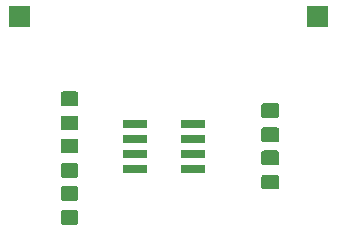
<source format=gbr>
G04 #@! TF.GenerationSoftware,KiCad,Pcbnew,(5.1.4)-1*
G04 #@! TF.CreationDate,2019-11-19T22:58:14-05:00*
G04 #@! TF.ProjectId,Blinky,426c696e-6b79-42e6-9b69-6361645f7063,rev?*
G04 #@! TF.SameCoordinates,Original*
G04 #@! TF.FileFunction,Soldermask,Top*
G04 #@! TF.FilePolarity,Negative*
%FSLAX46Y46*%
G04 Gerber Fmt 4.6, Leading zero omitted, Abs format (unit mm)*
G04 Created by KiCad (PCBNEW (5.1.4)-1) date 2019-11-19 22:58:14*
%MOMM*%
%LPD*%
G04 APERTURE LIST*
%ADD10C,0.100000*%
G04 APERTURE END LIST*
D10*
G36*
X113588674Y13596535D02*
G01*
X113626367Y13585101D01*
X113661103Y13566534D01*
X113691548Y13541548D01*
X113716534Y13511103D01*
X113735101Y13476367D01*
X113746535Y13438674D01*
X113751000Y13393339D01*
X113751000Y12556661D01*
X113746535Y12511326D01*
X113735101Y12473633D01*
X113716534Y12438897D01*
X113691548Y12408452D01*
X113661103Y12383466D01*
X113626367Y12364899D01*
X113588674Y12353465D01*
X113543339Y12349000D01*
X112456661Y12349000D01*
X112411326Y12353465D01*
X112373633Y12364899D01*
X112338897Y12383466D01*
X112308452Y12408452D01*
X112283466Y12438897D01*
X112264899Y12473633D01*
X112253465Y12511326D01*
X112249000Y12556661D01*
X112249000Y13393339D01*
X112253465Y13438674D01*
X112264899Y13476367D01*
X112283466Y13511103D01*
X112308452Y13541548D01*
X112338897Y13566534D01*
X112373633Y13585101D01*
X112411326Y13596535D01*
X112456661Y13601000D01*
X113543339Y13601000D01*
X113588674Y13596535D01*
X113588674Y13596535D01*
G37*
G36*
X113588674Y15646535D02*
G01*
X113626367Y15635101D01*
X113661103Y15616534D01*
X113691548Y15591548D01*
X113716534Y15561103D01*
X113735101Y15526367D01*
X113746535Y15488674D01*
X113751000Y15443339D01*
X113751000Y14606661D01*
X113746535Y14561326D01*
X113735101Y14523633D01*
X113716534Y14488897D01*
X113691548Y14458452D01*
X113661103Y14433466D01*
X113626367Y14414899D01*
X113588674Y14403465D01*
X113543339Y14399000D01*
X112456661Y14399000D01*
X112411326Y14403465D01*
X112373633Y14414899D01*
X112338897Y14433466D01*
X112308452Y14458452D01*
X112283466Y14488897D01*
X112264899Y14523633D01*
X112253465Y14561326D01*
X112249000Y14606661D01*
X112249000Y15443339D01*
X112253465Y15488674D01*
X112264899Y15526367D01*
X112283466Y15561103D01*
X112308452Y15591548D01*
X112338897Y15616534D01*
X112373633Y15635101D01*
X112411326Y15646535D01*
X112456661Y15651000D01*
X113543339Y15651000D01*
X113588674Y15646535D01*
X113588674Y15646535D01*
G37*
G36*
X130588674Y16596535D02*
G01*
X130626367Y16585101D01*
X130661103Y16566534D01*
X130691548Y16541548D01*
X130716534Y16511103D01*
X130735101Y16476367D01*
X130746535Y16438674D01*
X130751000Y16393339D01*
X130751000Y15556661D01*
X130746535Y15511326D01*
X130735101Y15473633D01*
X130716534Y15438897D01*
X130691548Y15408452D01*
X130661103Y15383466D01*
X130626367Y15364899D01*
X130588674Y15353465D01*
X130543339Y15349000D01*
X129456661Y15349000D01*
X129411326Y15353465D01*
X129373633Y15364899D01*
X129338897Y15383466D01*
X129308452Y15408452D01*
X129283466Y15438897D01*
X129264899Y15473633D01*
X129253465Y15511326D01*
X129249000Y15556661D01*
X129249000Y16393339D01*
X129253465Y16438674D01*
X129264899Y16476367D01*
X129283466Y16511103D01*
X129308452Y16541548D01*
X129338897Y16566534D01*
X129373633Y16585101D01*
X129411326Y16596535D01*
X129456661Y16601000D01*
X130543339Y16601000D01*
X130588674Y16596535D01*
X130588674Y16596535D01*
G37*
G36*
X113588674Y17596535D02*
G01*
X113626367Y17585101D01*
X113661103Y17566534D01*
X113691548Y17541548D01*
X113716534Y17511103D01*
X113735101Y17476367D01*
X113746535Y17438674D01*
X113751000Y17393339D01*
X113751000Y16556661D01*
X113746535Y16511326D01*
X113735101Y16473633D01*
X113716534Y16438897D01*
X113691548Y16408452D01*
X113661103Y16383466D01*
X113626367Y16364899D01*
X113588674Y16353465D01*
X113543339Y16349000D01*
X112456661Y16349000D01*
X112411326Y16353465D01*
X112373633Y16364899D01*
X112338897Y16383466D01*
X112308452Y16408452D01*
X112283466Y16438897D01*
X112264899Y16473633D01*
X112253465Y16511326D01*
X112249000Y16556661D01*
X112249000Y17393339D01*
X112253465Y17438674D01*
X112264899Y17476367D01*
X112283466Y17511103D01*
X112308452Y17541548D01*
X112338897Y17566534D01*
X112373633Y17585101D01*
X112411326Y17596535D01*
X112456661Y17601000D01*
X113543339Y17601000D01*
X113588674Y17596535D01*
X113588674Y17596535D01*
G37*
G36*
X119459928Y17443236D02*
G01*
X119481009Y17436840D01*
X119500445Y17426452D01*
X119517476Y17412476D01*
X119531452Y17395445D01*
X119541840Y17376009D01*
X119548236Y17354928D01*
X119551000Y17326860D01*
X119551000Y16863140D01*
X119548236Y16835072D01*
X119541840Y16813991D01*
X119531452Y16794555D01*
X119517476Y16777524D01*
X119500445Y16763548D01*
X119481009Y16753160D01*
X119459928Y16746764D01*
X119431860Y16744000D01*
X117618140Y16744000D01*
X117590072Y16746764D01*
X117568991Y16753160D01*
X117549555Y16763548D01*
X117532524Y16777524D01*
X117518548Y16794555D01*
X117508160Y16813991D01*
X117501764Y16835072D01*
X117499000Y16863140D01*
X117499000Y17326860D01*
X117501764Y17354928D01*
X117508160Y17376009D01*
X117518548Y17395445D01*
X117532524Y17412476D01*
X117549555Y17426452D01*
X117568991Y17436840D01*
X117590072Y17443236D01*
X117618140Y17446000D01*
X119431860Y17446000D01*
X119459928Y17443236D01*
X119459928Y17443236D01*
G37*
G36*
X124409928Y17443236D02*
G01*
X124431009Y17436840D01*
X124450445Y17426452D01*
X124467476Y17412476D01*
X124481452Y17395445D01*
X124491840Y17376009D01*
X124498236Y17354928D01*
X124501000Y17326860D01*
X124501000Y16863140D01*
X124498236Y16835072D01*
X124491840Y16813991D01*
X124481452Y16794555D01*
X124467476Y16777524D01*
X124450445Y16763548D01*
X124431009Y16753160D01*
X124409928Y16746764D01*
X124381860Y16744000D01*
X122568140Y16744000D01*
X122540072Y16746764D01*
X122518991Y16753160D01*
X122499555Y16763548D01*
X122482524Y16777524D01*
X122468548Y16794555D01*
X122458160Y16813991D01*
X122451764Y16835072D01*
X122449000Y16863140D01*
X122449000Y17326860D01*
X122451764Y17354928D01*
X122458160Y17376009D01*
X122468548Y17395445D01*
X122482524Y17412476D01*
X122499555Y17426452D01*
X122518991Y17436840D01*
X122540072Y17443236D01*
X122568140Y17446000D01*
X124381860Y17446000D01*
X124409928Y17443236D01*
X124409928Y17443236D01*
G37*
G36*
X130588674Y18646535D02*
G01*
X130626367Y18635101D01*
X130661103Y18616534D01*
X130691548Y18591548D01*
X130716534Y18561103D01*
X130735101Y18526367D01*
X130746535Y18488674D01*
X130751000Y18443339D01*
X130751000Y17606661D01*
X130746535Y17561326D01*
X130735101Y17523633D01*
X130716534Y17488897D01*
X130691548Y17458452D01*
X130661103Y17433466D01*
X130626367Y17414899D01*
X130588674Y17403465D01*
X130543339Y17399000D01*
X129456661Y17399000D01*
X129411326Y17403465D01*
X129373633Y17414899D01*
X129338897Y17433466D01*
X129308452Y17458452D01*
X129283466Y17488897D01*
X129264899Y17523633D01*
X129253465Y17561326D01*
X129249000Y17606661D01*
X129249000Y18443339D01*
X129253465Y18488674D01*
X129264899Y18526367D01*
X129283466Y18561103D01*
X129308452Y18591548D01*
X129338897Y18616534D01*
X129373633Y18635101D01*
X129411326Y18646535D01*
X129456661Y18651000D01*
X130543339Y18651000D01*
X130588674Y18646535D01*
X130588674Y18646535D01*
G37*
G36*
X119459928Y18713236D02*
G01*
X119481009Y18706840D01*
X119500445Y18696452D01*
X119517476Y18682476D01*
X119531452Y18665445D01*
X119541840Y18646009D01*
X119548236Y18624928D01*
X119551000Y18596860D01*
X119551000Y18133140D01*
X119548236Y18105072D01*
X119541840Y18083991D01*
X119531452Y18064555D01*
X119517476Y18047524D01*
X119500445Y18033548D01*
X119481009Y18023160D01*
X119459928Y18016764D01*
X119431860Y18014000D01*
X117618140Y18014000D01*
X117590072Y18016764D01*
X117568991Y18023160D01*
X117549555Y18033548D01*
X117532524Y18047524D01*
X117518548Y18064555D01*
X117508160Y18083991D01*
X117501764Y18105072D01*
X117499000Y18133140D01*
X117499000Y18596860D01*
X117501764Y18624928D01*
X117508160Y18646009D01*
X117518548Y18665445D01*
X117532524Y18682476D01*
X117549555Y18696452D01*
X117568991Y18706840D01*
X117590072Y18713236D01*
X117618140Y18716000D01*
X119431860Y18716000D01*
X119459928Y18713236D01*
X119459928Y18713236D01*
G37*
G36*
X124409928Y18713236D02*
G01*
X124431009Y18706840D01*
X124450445Y18696452D01*
X124467476Y18682476D01*
X124481452Y18665445D01*
X124491840Y18646009D01*
X124498236Y18624928D01*
X124501000Y18596860D01*
X124501000Y18133140D01*
X124498236Y18105072D01*
X124491840Y18083991D01*
X124481452Y18064555D01*
X124467476Y18047524D01*
X124450445Y18033548D01*
X124431009Y18023160D01*
X124409928Y18016764D01*
X124381860Y18014000D01*
X122568140Y18014000D01*
X122540072Y18016764D01*
X122518991Y18023160D01*
X122499555Y18033548D01*
X122482524Y18047524D01*
X122468548Y18064555D01*
X122458160Y18083991D01*
X122451764Y18105072D01*
X122449000Y18133140D01*
X122449000Y18596860D01*
X122451764Y18624928D01*
X122458160Y18646009D01*
X122468548Y18665445D01*
X122482524Y18682476D01*
X122499555Y18696452D01*
X122518991Y18706840D01*
X122540072Y18713236D01*
X122568140Y18716000D01*
X124381860Y18716000D01*
X124409928Y18713236D01*
X124409928Y18713236D01*
G37*
G36*
X113588674Y19646535D02*
G01*
X113626367Y19635101D01*
X113661103Y19616534D01*
X113691548Y19591548D01*
X113716534Y19561103D01*
X113735101Y19526367D01*
X113746535Y19488674D01*
X113751000Y19443339D01*
X113751000Y18606661D01*
X113746535Y18561326D01*
X113735101Y18523633D01*
X113716534Y18488897D01*
X113691548Y18458452D01*
X113661103Y18433466D01*
X113626367Y18414899D01*
X113588674Y18403465D01*
X113543339Y18399000D01*
X112456661Y18399000D01*
X112411326Y18403465D01*
X112373633Y18414899D01*
X112338897Y18433466D01*
X112308452Y18458452D01*
X112283466Y18488897D01*
X112264899Y18523633D01*
X112253465Y18561326D01*
X112249000Y18606661D01*
X112249000Y19443339D01*
X112253465Y19488674D01*
X112264899Y19526367D01*
X112283466Y19561103D01*
X112308452Y19591548D01*
X112338897Y19616534D01*
X112373633Y19635101D01*
X112411326Y19646535D01*
X112456661Y19651000D01*
X113543339Y19651000D01*
X113588674Y19646535D01*
X113588674Y19646535D01*
G37*
G36*
X119459928Y19983236D02*
G01*
X119481009Y19976840D01*
X119500445Y19966452D01*
X119517476Y19952476D01*
X119531452Y19935445D01*
X119541840Y19916009D01*
X119548236Y19894928D01*
X119551000Y19866860D01*
X119551000Y19403140D01*
X119548236Y19375072D01*
X119541840Y19353991D01*
X119531452Y19334555D01*
X119517476Y19317524D01*
X119500445Y19303548D01*
X119481009Y19293160D01*
X119459928Y19286764D01*
X119431860Y19284000D01*
X117618140Y19284000D01*
X117590072Y19286764D01*
X117568991Y19293160D01*
X117549555Y19303548D01*
X117532524Y19317524D01*
X117518548Y19334555D01*
X117508160Y19353991D01*
X117501764Y19375072D01*
X117499000Y19403140D01*
X117499000Y19866860D01*
X117501764Y19894928D01*
X117508160Y19916009D01*
X117518548Y19935445D01*
X117532524Y19952476D01*
X117549555Y19966452D01*
X117568991Y19976840D01*
X117590072Y19983236D01*
X117618140Y19986000D01*
X119431860Y19986000D01*
X119459928Y19983236D01*
X119459928Y19983236D01*
G37*
G36*
X124409928Y19983236D02*
G01*
X124431009Y19976840D01*
X124450445Y19966452D01*
X124467476Y19952476D01*
X124481452Y19935445D01*
X124491840Y19916009D01*
X124498236Y19894928D01*
X124501000Y19866860D01*
X124501000Y19403140D01*
X124498236Y19375072D01*
X124491840Y19353991D01*
X124481452Y19334555D01*
X124467476Y19317524D01*
X124450445Y19303548D01*
X124431009Y19293160D01*
X124409928Y19286764D01*
X124381860Y19284000D01*
X122568140Y19284000D01*
X122540072Y19286764D01*
X122518991Y19293160D01*
X122499555Y19303548D01*
X122482524Y19317524D01*
X122468548Y19334555D01*
X122458160Y19353991D01*
X122451764Y19375072D01*
X122449000Y19403140D01*
X122449000Y19866860D01*
X122451764Y19894928D01*
X122458160Y19916009D01*
X122468548Y19935445D01*
X122482524Y19952476D01*
X122499555Y19966452D01*
X122518991Y19976840D01*
X122540072Y19983236D01*
X122568140Y19986000D01*
X124381860Y19986000D01*
X124409928Y19983236D01*
X124409928Y19983236D01*
G37*
G36*
X130588674Y20596535D02*
G01*
X130626367Y20585101D01*
X130661103Y20566534D01*
X130691548Y20541548D01*
X130716534Y20511103D01*
X130735101Y20476367D01*
X130746535Y20438674D01*
X130751000Y20393339D01*
X130751000Y19556661D01*
X130746535Y19511326D01*
X130735101Y19473633D01*
X130716534Y19438897D01*
X130691548Y19408452D01*
X130661103Y19383466D01*
X130626367Y19364899D01*
X130588674Y19353465D01*
X130543339Y19349000D01*
X129456661Y19349000D01*
X129411326Y19353465D01*
X129373633Y19364899D01*
X129338897Y19383466D01*
X129308452Y19408452D01*
X129283466Y19438897D01*
X129264899Y19473633D01*
X129253465Y19511326D01*
X129249000Y19556661D01*
X129249000Y20393339D01*
X129253465Y20438674D01*
X129264899Y20476367D01*
X129283466Y20511103D01*
X129308452Y20541548D01*
X129338897Y20566534D01*
X129373633Y20585101D01*
X129411326Y20596535D01*
X129456661Y20601000D01*
X130543339Y20601000D01*
X130588674Y20596535D01*
X130588674Y20596535D01*
G37*
G36*
X113588674Y21596535D02*
G01*
X113626367Y21585101D01*
X113661103Y21566534D01*
X113691548Y21541548D01*
X113716534Y21511103D01*
X113735101Y21476367D01*
X113746535Y21438674D01*
X113751000Y21393339D01*
X113751000Y20556661D01*
X113746535Y20511326D01*
X113735101Y20473633D01*
X113716534Y20438897D01*
X113691548Y20408452D01*
X113661103Y20383466D01*
X113626367Y20364899D01*
X113588674Y20353465D01*
X113543339Y20349000D01*
X112456661Y20349000D01*
X112411326Y20353465D01*
X112373633Y20364899D01*
X112338897Y20383466D01*
X112308452Y20408452D01*
X112283466Y20438897D01*
X112264899Y20473633D01*
X112253465Y20511326D01*
X112249000Y20556661D01*
X112249000Y21393339D01*
X112253465Y21438674D01*
X112264899Y21476367D01*
X112283466Y21511103D01*
X112308452Y21541548D01*
X112338897Y21566534D01*
X112373633Y21585101D01*
X112411326Y21596535D01*
X112456661Y21601000D01*
X113543339Y21601000D01*
X113588674Y21596535D01*
X113588674Y21596535D01*
G37*
G36*
X119459928Y21253236D02*
G01*
X119481009Y21246840D01*
X119500445Y21236452D01*
X119517476Y21222476D01*
X119531452Y21205445D01*
X119541840Y21186009D01*
X119548236Y21164928D01*
X119551000Y21136860D01*
X119551000Y20673140D01*
X119548236Y20645072D01*
X119541840Y20623991D01*
X119531452Y20604555D01*
X119517476Y20587524D01*
X119500445Y20573548D01*
X119481009Y20563160D01*
X119459928Y20556764D01*
X119431860Y20554000D01*
X117618140Y20554000D01*
X117590072Y20556764D01*
X117568991Y20563160D01*
X117549555Y20573548D01*
X117532524Y20587524D01*
X117518548Y20604555D01*
X117508160Y20623991D01*
X117501764Y20645072D01*
X117499000Y20673140D01*
X117499000Y21136860D01*
X117501764Y21164928D01*
X117508160Y21186009D01*
X117518548Y21205445D01*
X117532524Y21222476D01*
X117549555Y21236452D01*
X117568991Y21246840D01*
X117590072Y21253236D01*
X117618140Y21256000D01*
X119431860Y21256000D01*
X119459928Y21253236D01*
X119459928Y21253236D01*
G37*
G36*
X124409928Y21253236D02*
G01*
X124431009Y21246840D01*
X124450445Y21236452D01*
X124467476Y21222476D01*
X124481452Y21205445D01*
X124491840Y21186009D01*
X124498236Y21164928D01*
X124501000Y21136860D01*
X124501000Y20673140D01*
X124498236Y20645072D01*
X124491840Y20623991D01*
X124481452Y20604555D01*
X124467476Y20587524D01*
X124450445Y20573548D01*
X124431009Y20563160D01*
X124409928Y20556764D01*
X124381860Y20554000D01*
X122568140Y20554000D01*
X122540072Y20556764D01*
X122518991Y20563160D01*
X122499555Y20573548D01*
X122482524Y20587524D01*
X122468548Y20604555D01*
X122458160Y20623991D01*
X122451764Y20645072D01*
X122449000Y20673140D01*
X122449000Y21136860D01*
X122451764Y21164928D01*
X122458160Y21186009D01*
X122468548Y21205445D01*
X122482524Y21222476D01*
X122499555Y21236452D01*
X122518991Y21246840D01*
X122540072Y21253236D01*
X122568140Y21256000D01*
X124381860Y21256000D01*
X124409928Y21253236D01*
X124409928Y21253236D01*
G37*
G36*
X130588674Y22646535D02*
G01*
X130626367Y22635101D01*
X130661103Y22616534D01*
X130691548Y22591548D01*
X130716534Y22561103D01*
X130735101Y22526367D01*
X130746535Y22488674D01*
X130751000Y22443339D01*
X130751000Y21606661D01*
X130746535Y21561326D01*
X130735101Y21523633D01*
X130716534Y21488897D01*
X130691548Y21458452D01*
X130661103Y21433466D01*
X130626367Y21414899D01*
X130588674Y21403465D01*
X130543339Y21399000D01*
X129456661Y21399000D01*
X129411326Y21403465D01*
X129373633Y21414899D01*
X129338897Y21433466D01*
X129308452Y21458452D01*
X129283466Y21488897D01*
X129264899Y21523633D01*
X129253465Y21561326D01*
X129249000Y21606661D01*
X129249000Y22443339D01*
X129253465Y22488674D01*
X129264899Y22526367D01*
X129283466Y22561103D01*
X129308452Y22591548D01*
X129338897Y22616534D01*
X129373633Y22635101D01*
X129411326Y22646535D01*
X129456661Y22651000D01*
X130543339Y22651000D01*
X130588674Y22646535D01*
X130588674Y22646535D01*
G37*
G36*
X113588674Y23646535D02*
G01*
X113626367Y23635101D01*
X113661103Y23616534D01*
X113691548Y23591548D01*
X113716534Y23561103D01*
X113735101Y23526367D01*
X113746535Y23488674D01*
X113751000Y23443339D01*
X113751000Y22606661D01*
X113746535Y22561326D01*
X113735101Y22523633D01*
X113716534Y22488897D01*
X113691548Y22458452D01*
X113661103Y22433466D01*
X113626367Y22414899D01*
X113588674Y22403465D01*
X113543339Y22399000D01*
X112456661Y22399000D01*
X112411326Y22403465D01*
X112373633Y22414899D01*
X112338897Y22433466D01*
X112308452Y22458452D01*
X112283466Y22488897D01*
X112264899Y22523633D01*
X112253465Y22561326D01*
X112249000Y22606661D01*
X112249000Y23443339D01*
X112253465Y23488674D01*
X112264899Y23526367D01*
X112283466Y23561103D01*
X112308452Y23591548D01*
X112338897Y23616534D01*
X112373633Y23635101D01*
X112411326Y23646535D01*
X112456661Y23651000D01*
X113543339Y23651000D01*
X113588674Y23646535D01*
X113588674Y23646535D01*
G37*
G36*
X109651000Y29099000D02*
G01*
X107849000Y29099000D01*
X107849000Y30901000D01*
X109651000Y30901000D01*
X109651000Y29099000D01*
X109651000Y29099000D01*
G37*
G36*
X134901000Y29099000D02*
G01*
X133099000Y29099000D01*
X133099000Y30901000D01*
X134901000Y30901000D01*
X134901000Y29099000D01*
X134901000Y29099000D01*
G37*
M02*

</source>
